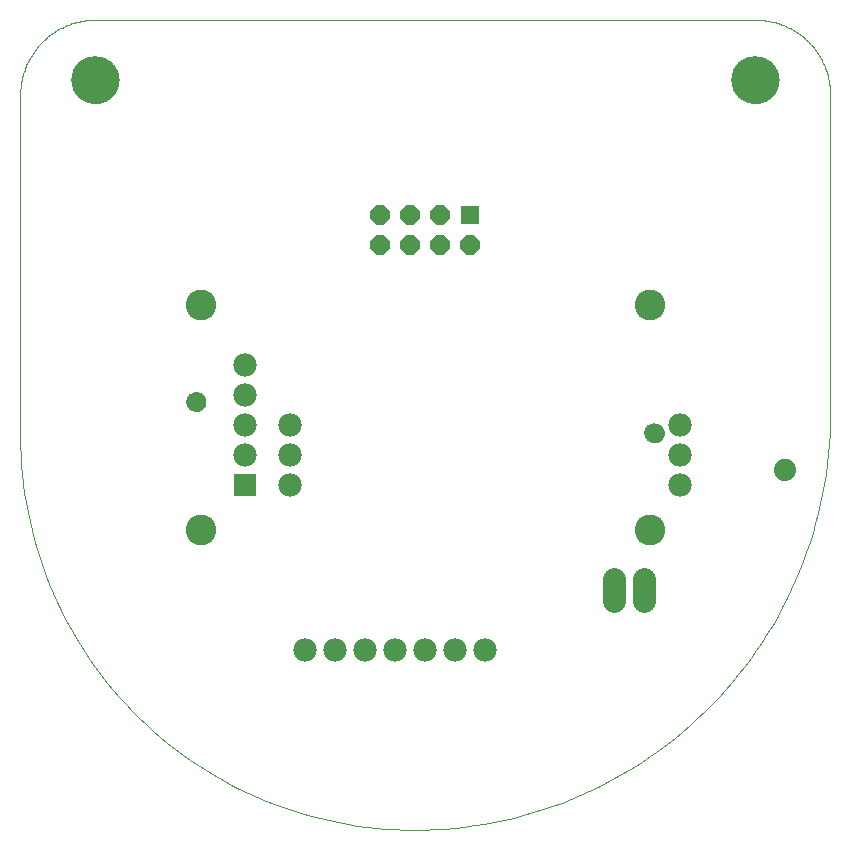
<source format=gbs>
G75*
%MOIN*%
%OFA0B0*%
%FSLAX25Y25*%
%IPPOS*%
%LPD*%
%AMOC8*
5,1,8,0,0,1.08239X$1,22.5*
%
%ADD10C,0.00000*%
%ADD11C,0.15900*%
%ADD12C,0.10243*%
%ADD13C,0.06600*%
%ADD14C,0.07800*%
%ADD15C,0.07400*%
%ADD16R,0.07800X0.07800*%
%ADD17R,0.06400X0.06400*%
%ADD18OC8,0.06400*%
%ADD19C,0.07800*%
D10*
X0002665Y0132750D02*
X0002665Y0246500D01*
X0002672Y0247104D01*
X0002694Y0247708D01*
X0002731Y0248311D01*
X0002782Y0248913D01*
X0002847Y0249513D01*
X0002927Y0250112D01*
X0003022Y0250709D01*
X0003131Y0251303D01*
X0003254Y0251895D01*
X0003391Y0252483D01*
X0003543Y0253068D01*
X0003709Y0253649D01*
X0003889Y0254225D01*
X0004082Y0254798D01*
X0004290Y0255365D01*
X0004511Y0255927D01*
X0004745Y0256484D01*
X0004993Y0257035D01*
X0005254Y0257580D01*
X0005529Y0258118D01*
X0005816Y0258650D01*
X0006116Y0259174D01*
X0006428Y0259691D01*
X0006753Y0260200D01*
X0007090Y0260702D01*
X0007440Y0261195D01*
X0007801Y0261679D01*
X0008173Y0262155D01*
X0008557Y0262621D01*
X0008952Y0263078D01*
X0009358Y0263525D01*
X0009775Y0263963D01*
X0010202Y0264390D01*
X0010640Y0264807D01*
X0011087Y0265213D01*
X0011544Y0265608D01*
X0012010Y0265992D01*
X0012486Y0266364D01*
X0012970Y0266725D01*
X0013463Y0267075D01*
X0013965Y0267412D01*
X0014474Y0267737D01*
X0014991Y0268049D01*
X0015515Y0268349D01*
X0016047Y0268636D01*
X0016585Y0268911D01*
X0017130Y0269172D01*
X0017681Y0269420D01*
X0018238Y0269654D01*
X0018800Y0269875D01*
X0019367Y0270083D01*
X0019940Y0270276D01*
X0020516Y0270456D01*
X0021097Y0270622D01*
X0021682Y0270774D01*
X0022270Y0270911D01*
X0022862Y0271034D01*
X0023456Y0271143D01*
X0024053Y0271238D01*
X0024652Y0271318D01*
X0025252Y0271383D01*
X0025854Y0271434D01*
X0026457Y0271471D01*
X0027061Y0271493D01*
X0027665Y0271500D01*
X0247650Y0271500D01*
X0239915Y0251500D02*
X0239917Y0251690D01*
X0239924Y0251880D01*
X0239936Y0252070D01*
X0239952Y0252260D01*
X0239973Y0252449D01*
X0239999Y0252637D01*
X0240029Y0252825D01*
X0240064Y0253012D01*
X0240103Y0253198D01*
X0240147Y0253383D01*
X0240196Y0253567D01*
X0240249Y0253750D01*
X0240306Y0253931D01*
X0240368Y0254111D01*
X0240434Y0254289D01*
X0240505Y0254466D01*
X0240580Y0254641D01*
X0240659Y0254814D01*
X0240743Y0254984D01*
X0240830Y0255153D01*
X0240922Y0255320D01*
X0241018Y0255484D01*
X0241117Y0255646D01*
X0241221Y0255806D01*
X0241329Y0255963D01*
X0241440Y0256117D01*
X0241555Y0256268D01*
X0241674Y0256417D01*
X0241797Y0256562D01*
X0241923Y0256705D01*
X0242052Y0256844D01*
X0242185Y0256980D01*
X0242321Y0257113D01*
X0242460Y0257242D01*
X0242603Y0257368D01*
X0242748Y0257491D01*
X0242897Y0257610D01*
X0243048Y0257725D01*
X0243202Y0257836D01*
X0243359Y0257944D01*
X0243519Y0258048D01*
X0243681Y0258147D01*
X0243845Y0258243D01*
X0244012Y0258335D01*
X0244181Y0258422D01*
X0244351Y0258506D01*
X0244524Y0258585D01*
X0244699Y0258660D01*
X0244876Y0258731D01*
X0245054Y0258797D01*
X0245234Y0258859D01*
X0245415Y0258916D01*
X0245598Y0258969D01*
X0245782Y0259018D01*
X0245967Y0259062D01*
X0246153Y0259101D01*
X0246340Y0259136D01*
X0246528Y0259166D01*
X0246716Y0259192D01*
X0246905Y0259213D01*
X0247095Y0259229D01*
X0247285Y0259241D01*
X0247475Y0259248D01*
X0247665Y0259250D01*
X0247855Y0259248D01*
X0248045Y0259241D01*
X0248235Y0259229D01*
X0248425Y0259213D01*
X0248614Y0259192D01*
X0248802Y0259166D01*
X0248990Y0259136D01*
X0249177Y0259101D01*
X0249363Y0259062D01*
X0249548Y0259018D01*
X0249732Y0258969D01*
X0249915Y0258916D01*
X0250096Y0258859D01*
X0250276Y0258797D01*
X0250454Y0258731D01*
X0250631Y0258660D01*
X0250806Y0258585D01*
X0250979Y0258506D01*
X0251149Y0258422D01*
X0251318Y0258335D01*
X0251485Y0258243D01*
X0251649Y0258147D01*
X0251811Y0258048D01*
X0251971Y0257944D01*
X0252128Y0257836D01*
X0252282Y0257725D01*
X0252433Y0257610D01*
X0252582Y0257491D01*
X0252727Y0257368D01*
X0252870Y0257242D01*
X0253009Y0257113D01*
X0253145Y0256980D01*
X0253278Y0256844D01*
X0253407Y0256705D01*
X0253533Y0256562D01*
X0253656Y0256417D01*
X0253775Y0256268D01*
X0253890Y0256117D01*
X0254001Y0255963D01*
X0254109Y0255806D01*
X0254213Y0255646D01*
X0254312Y0255484D01*
X0254408Y0255320D01*
X0254500Y0255153D01*
X0254587Y0254984D01*
X0254671Y0254814D01*
X0254750Y0254641D01*
X0254825Y0254466D01*
X0254896Y0254289D01*
X0254962Y0254111D01*
X0255024Y0253931D01*
X0255081Y0253750D01*
X0255134Y0253567D01*
X0255183Y0253383D01*
X0255227Y0253198D01*
X0255266Y0253012D01*
X0255301Y0252825D01*
X0255331Y0252637D01*
X0255357Y0252449D01*
X0255378Y0252260D01*
X0255394Y0252070D01*
X0255406Y0251880D01*
X0255413Y0251690D01*
X0255415Y0251500D01*
X0255413Y0251310D01*
X0255406Y0251120D01*
X0255394Y0250930D01*
X0255378Y0250740D01*
X0255357Y0250551D01*
X0255331Y0250363D01*
X0255301Y0250175D01*
X0255266Y0249988D01*
X0255227Y0249802D01*
X0255183Y0249617D01*
X0255134Y0249433D01*
X0255081Y0249250D01*
X0255024Y0249069D01*
X0254962Y0248889D01*
X0254896Y0248711D01*
X0254825Y0248534D01*
X0254750Y0248359D01*
X0254671Y0248186D01*
X0254587Y0248016D01*
X0254500Y0247847D01*
X0254408Y0247680D01*
X0254312Y0247516D01*
X0254213Y0247354D01*
X0254109Y0247194D01*
X0254001Y0247037D01*
X0253890Y0246883D01*
X0253775Y0246732D01*
X0253656Y0246583D01*
X0253533Y0246438D01*
X0253407Y0246295D01*
X0253278Y0246156D01*
X0253145Y0246020D01*
X0253009Y0245887D01*
X0252870Y0245758D01*
X0252727Y0245632D01*
X0252582Y0245509D01*
X0252433Y0245390D01*
X0252282Y0245275D01*
X0252128Y0245164D01*
X0251971Y0245056D01*
X0251811Y0244952D01*
X0251649Y0244853D01*
X0251485Y0244757D01*
X0251318Y0244665D01*
X0251149Y0244578D01*
X0250979Y0244494D01*
X0250806Y0244415D01*
X0250631Y0244340D01*
X0250454Y0244269D01*
X0250276Y0244203D01*
X0250096Y0244141D01*
X0249915Y0244084D01*
X0249732Y0244031D01*
X0249548Y0243982D01*
X0249363Y0243938D01*
X0249177Y0243899D01*
X0248990Y0243864D01*
X0248802Y0243834D01*
X0248614Y0243808D01*
X0248425Y0243787D01*
X0248235Y0243771D01*
X0248045Y0243759D01*
X0247855Y0243752D01*
X0247665Y0243750D01*
X0247475Y0243752D01*
X0247285Y0243759D01*
X0247095Y0243771D01*
X0246905Y0243787D01*
X0246716Y0243808D01*
X0246528Y0243834D01*
X0246340Y0243864D01*
X0246153Y0243899D01*
X0245967Y0243938D01*
X0245782Y0243982D01*
X0245598Y0244031D01*
X0245415Y0244084D01*
X0245234Y0244141D01*
X0245054Y0244203D01*
X0244876Y0244269D01*
X0244699Y0244340D01*
X0244524Y0244415D01*
X0244351Y0244494D01*
X0244181Y0244578D01*
X0244012Y0244665D01*
X0243845Y0244757D01*
X0243681Y0244853D01*
X0243519Y0244952D01*
X0243359Y0245056D01*
X0243202Y0245164D01*
X0243048Y0245275D01*
X0242897Y0245390D01*
X0242748Y0245509D01*
X0242603Y0245632D01*
X0242460Y0245758D01*
X0242321Y0245887D01*
X0242185Y0246020D01*
X0242052Y0246156D01*
X0241923Y0246295D01*
X0241797Y0246438D01*
X0241674Y0246583D01*
X0241555Y0246732D01*
X0241440Y0246883D01*
X0241329Y0247037D01*
X0241221Y0247194D01*
X0241117Y0247354D01*
X0241018Y0247516D01*
X0240922Y0247680D01*
X0240830Y0247847D01*
X0240743Y0248016D01*
X0240659Y0248186D01*
X0240580Y0248359D01*
X0240505Y0248534D01*
X0240434Y0248711D01*
X0240368Y0248889D01*
X0240306Y0249069D01*
X0240249Y0249250D01*
X0240196Y0249433D01*
X0240147Y0249617D01*
X0240103Y0249802D01*
X0240064Y0249988D01*
X0240029Y0250175D01*
X0239999Y0250363D01*
X0239973Y0250551D01*
X0239952Y0250740D01*
X0239936Y0250930D01*
X0239924Y0251120D01*
X0239917Y0251310D01*
X0239915Y0251500D01*
X0247649Y0271500D02*
X0248254Y0271493D01*
X0248858Y0271471D01*
X0249461Y0271434D01*
X0250063Y0271383D01*
X0250664Y0271318D01*
X0251263Y0271238D01*
X0251860Y0271143D01*
X0252454Y0271034D01*
X0253046Y0270911D01*
X0253634Y0270773D01*
X0254219Y0270621D01*
X0254801Y0270456D01*
X0255377Y0270276D01*
X0255950Y0270082D01*
X0256518Y0269874D01*
X0257080Y0269653D01*
X0257637Y0269419D01*
X0258188Y0269170D01*
X0258733Y0268909D01*
X0259271Y0268635D01*
X0259803Y0268347D01*
X0260327Y0268047D01*
X0260845Y0267734D01*
X0261354Y0267409D01*
X0261855Y0267072D01*
X0262348Y0266722D01*
X0262833Y0266361D01*
X0263309Y0265988D01*
X0263775Y0265604D01*
X0264232Y0265209D01*
X0264680Y0264802D01*
X0265117Y0264385D01*
X0265544Y0263958D01*
X0265961Y0263520D01*
X0266367Y0263073D01*
X0266762Y0262615D01*
X0267146Y0262149D01*
X0267519Y0261673D01*
X0267880Y0261188D01*
X0268229Y0260695D01*
X0268566Y0260193D01*
X0268891Y0259684D01*
X0269203Y0259166D01*
X0269503Y0258642D01*
X0269790Y0258110D01*
X0270064Y0257571D01*
X0270325Y0257026D01*
X0270573Y0256475D01*
X0270808Y0255918D01*
X0271028Y0255355D01*
X0271236Y0254788D01*
X0271429Y0254215D01*
X0271609Y0253638D01*
X0271774Y0253057D01*
X0271925Y0252472D01*
X0272063Y0251883D01*
X0272186Y0251292D01*
X0272294Y0250697D01*
X0272389Y0250100D01*
X0272468Y0249501D01*
X0272534Y0248900D01*
X0272584Y0248298D01*
X0272620Y0247695D01*
X0272642Y0247091D01*
X0272649Y0246487D01*
X0272650Y0246486D02*
X0272586Y0140172D01*
X0210943Y0133783D02*
X0210945Y0133894D01*
X0210951Y0134005D01*
X0210961Y0134116D01*
X0210975Y0134227D01*
X0210993Y0134337D01*
X0211015Y0134446D01*
X0211040Y0134554D01*
X0211070Y0134661D01*
X0211103Y0134767D01*
X0211141Y0134872D01*
X0211182Y0134976D01*
X0211226Y0135078D01*
X0211275Y0135178D01*
X0211326Y0135276D01*
X0211382Y0135373D01*
X0211441Y0135467D01*
X0211503Y0135560D01*
X0211568Y0135650D01*
X0211637Y0135737D01*
X0211708Y0135823D01*
X0211783Y0135905D01*
X0211861Y0135985D01*
X0211941Y0136062D01*
X0212024Y0136136D01*
X0212110Y0136207D01*
X0212198Y0136274D01*
X0212289Y0136339D01*
X0212382Y0136400D01*
X0212477Y0136458D01*
X0212574Y0136513D01*
X0212673Y0136564D01*
X0212774Y0136611D01*
X0212876Y0136655D01*
X0212980Y0136695D01*
X0213085Y0136731D01*
X0213191Y0136764D01*
X0213299Y0136792D01*
X0213408Y0136817D01*
X0213517Y0136838D01*
X0213627Y0136855D01*
X0213737Y0136868D01*
X0213848Y0136877D01*
X0213960Y0136882D01*
X0214071Y0136883D01*
X0214182Y0136880D01*
X0214293Y0136873D01*
X0214404Y0136862D01*
X0214514Y0136847D01*
X0214624Y0136828D01*
X0214733Y0136805D01*
X0214841Y0136779D01*
X0214948Y0136748D01*
X0215054Y0136714D01*
X0215158Y0136675D01*
X0215261Y0136634D01*
X0215363Y0136588D01*
X0215463Y0136539D01*
X0215561Y0136486D01*
X0215657Y0136430D01*
X0215751Y0136370D01*
X0215843Y0136307D01*
X0215932Y0136241D01*
X0216019Y0136172D01*
X0216103Y0136099D01*
X0216185Y0136024D01*
X0216264Y0135945D01*
X0216341Y0135864D01*
X0216414Y0135780D01*
X0216484Y0135694D01*
X0216551Y0135605D01*
X0216615Y0135514D01*
X0216675Y0135421D01*
X0216732Y0135325D01*
X0216786Y0135227D01*
X0216836Y0135128D01*
X0216882Y0135027D01*
X0216925Y0134924D01*
X0216964Y0134820D01*
X0217000Y0134714D01*
X0217031Y0134608D01*
X0217059Y0134500D01*
X0217083Y0134391D01*
X0217103Y0134282D01*
X0217119Y0134172D01*
X0217131Y0134061D01*
X0217139Y0133950D01*
X0217143Y0133839D01*
X0217143Y0133727D01*
X0217139Y0133616D01*
X0217131Y0133505D01*
X0217119Y0133394D01*
X0217103Y0133284D01*
X0217083Y0133175D01*
X0217059Y0133066D01*
X0217031Y0132958D01*
X0217000Y0132852D01*
X0216964Y0132746D01*
X0216925Y0132642D01*
X0216882Y0132539D01*
X0216836Y0132438D01*
X0216786Y0132339D01*
X0216732Y0132241D01*
X0216675Y0132145D01*
X0216615Y0132052D01*
X0216551Y0131961D01*
X0216484Y0131872D01*
X0216414Y0131786D01*
X0216341Y0131702D01*
X0216264Y0131621D01*
X0216185Y0131542D01*
X0216103Y0131467D01*
X0216019Y0131394D01*
X0215932Y0131325D01*
X0215843Y0131259D01*
X0215751Y0131196D01*
X0215657Y0131136D01*
X0215561Y0131080D01*
X0215463Y0131027D01*
X0215363Y0130978D01*
X0215261Y0130932D01*
X0215158Y0130891D01*
X0215054Y0130852D01*
X0214948Y0130818D01*
X0214841Y0130787D01*
X0214733Y0130761D01*
X0214624Y0130738D01*
X0214514Y0130719D01*
X0214404Y0130704D01*
X0214293Y0130693D01*
X0214182Y0130686D01*
X0214071Y0130683D01*
X0213960Y0130684D01*
X0213848Y0130689D01*
X0213737Y0130698D01*
X0213627Y0130711D01*
X0213517Y0130728D01*
X0213408Y0130749D01*
X0213299Y0130774D01*
X0213191Y0130802D01*
X0213085Y0130835D01*
X0212980Y0130871D01*
X0212876Y0130911D01*
X0212774Y0130955D01*
X0212673Y0131002D01*
X0212574Y0131053D01*
X0212477Y0131108D01*
X0212382Y0131166D01*
X0212289Y0131227D01*
X0212198Y0131292D01*
X0212110Y0131359D01*
X0212024Y0131430D01*
X0211941Y0131504D01*
X0211861Y0131581D01*
X0211783Y0131661D01*
X0211708Y0131743D01*
X0211637Y0131829D01*
X0211568Y0131916D01*
X0211503Y0132006D01*
X0211441Y0132099D01*
X0211382Y0132193D01*
X0211326Y0132290D01*
X0211275Y0132388D01*
X0211226Y0132488D01*
X0211182Y0132590D01*
X0211141Y0132694D01*
X0211103Y0132799D01*
X0211070Y0132905D01*
X0211040Y0133012D01*
X0211015Y0133120D01*
X0210993Y0133229D01*
X0210975Y0133339D01*
X0210961Y0133450D01*
X0210951Y0133561D01*
X0210945Y0133672D01*
X0210943Y0133783D01*
X0133914Y0001500D02*
X0130743Y0001538D01*
X0127573Y0001653D01*
X0124407Y0001845D01*
X0121247Y0002113D01*
X0118094Y0002457D01*
X0114950Y0002877D01*
X0111817Y0003373D01*
X0108697Y0003945D01*
X0105592Y0004592D01*
X0102504Y0005314D01*
X0099434Y0006110D01*
X0096384Y0006980D01*
X0093356Y0007924D01*
X0090351Y0008940D01*
X0087372Y0010029D01*
X0084420Y0011190D01*
X0081497Y0012421D01*
X0078605Y0013723D01*
X0075745Y0015094D01*
X0072919Y0016534D01*
X0070129Y0018042D01*
X0067376Y0019616D01*
X0064661Y0021257D01*
X0061987Y0022963D01*
X0059356Y0024733D01*
X0056767Y0026567D01*
X0054224Y0028462D01*
X0051727Y0030418D01*
X0049278Y0032434D01*
X0046879Y0034508D01*
X0044531Y0036640D01*
X0042234Y0038828D01*
X0039992Y0041070D01*
X0037804Y0043367D01*
X0035672Y0045715D01*
X0033598Y0048114D01*
X0031582Y0050563D01*
X0029626Y0053060D01*
X0027731Y0055603D01*
X0025897Y0058192D01*
X0024127Y0060823D01*
X0022421Y0063497D01*
X0020780Y0066212D01*
X0019206Y0068965D01*
X0017698Y0071755D01*
X0016258Y0074581D01*
X0014887Y0077441D01*
X0013585Y0080333D01*
X0012354Y0083256D01*
X0011193Y0086208D01*
X0010104Y0089187D01*
X0009088Y0092192D01*
X0008144Y0095220D01*
X0007274Y0098270D01*
X0006478Y0101340D01*
X0005756Y0104428D01*
X0005109Y0107533D01*
X0004537Y0110653D01*
X0004041Y0113786D01*
X0003621Y0116930D01*
X0003277Y0120083D01*
X0003009Y0123243D01*
X0002817Y0126409D01*
X0002702Y0129579D01*
X0002664Y0132750D01*
X0058187Y0144217D02*
X0058189Y0144328D01*
X0058195Y0144439D01*
X0058205Y0144550D01*
X0058219Y0144661D01*
X0058237Y0144771D01*
X0058259Y0144880D01*
X0058284Y0144988D01*
X0058314Y0145095D01*
X0058347Y0145201D01*
X0058385Y0145306D01*
X0058426Y0145410D01*
X0058470Y0145512D01*
X0058519Y0145612D01*
X0058570Y0145710D01*
X0058626Y0145807D01*
X0058685Y0145901D01*
X0058747Y0145994D01*
X0058812Y0146084D01*
X0058881Y0146171D01*
X0058952Y0146257D01*
X0059027Y0146339D01*
X0059105Y0146419D01*
X0059185Y0146496D01*
X0059268Y0146570D01*
X0059354Y0146641D01*
X0059442Y0146708D01*
X0059533Y0146773D01*
X0059626Y0146834D01*
X0059721Y0146892D01*
X0059818Y0146947D01*
X0059917Y0146998D01*
X0060018Y0147045D01*
X0060120Y0147089D01*
X0060224Y0147129D01*
X0060329Y0147165D01*
X0060435Y0147198D01*
X0060543Y0147226D01*
X0060652Y0147251D01*
X0060761Y0147272D01*
X0060871Y0147289D01*
X0060981Y0147302D01*
X0061092Y0147311D01*
X0061204Y0147316D01*
X0061315Y0147317D01*
X0061426Y0147314D01*
X0061537Y0147307D01*
X0061648Y0147296D01*
X0061758Y0147281D01*
X0061868Y0147262D01*
X0061977Y0147239D01*
X0062085Y0147213D01*
X0062192Y0147182D01*
X0062298Y0147148D01*
X0062402Y0147109D01*
X0062505Y0147068D01*
X0062607Y0147022D01*
X0062707Y0146973D01*
X0062805Y0146920D01*
X0062901Y0146864D01*
X0062995Y0146804D01*
X0063087Y0146741D01*
X0063176Y0146675D01*
X0063263Y0146606D01*
X0063347Y0146533D01*
X0063429Y0146458D01*
X0063508Y0146379D01*
X0063585Y0146298D01*
X0063658Y0146214D01*
X0063728Y0146128D01*
X0063795Y0146039D01*
X0063859Y0145948D01*
X0063919Y0145855D01*
X0063976Y0145759D01*
X0064030Y0145661D01*
X0064080Y0145562D01*
X0064126Y0145461D01*
X0064169Y0145358D01*
X0064208Y0145254D01*
X0064244Y0145148D01*
X0064275Y0145042D01*
X0064303Y0144934D01*
X0064327Y0144825D01*
X0064347Y0144716D01*
X0064363Y0144606D01*
X0064375Y0144495D01*
X0064383Y0144384D01*
X0064387Y0144273D01*
X0064387Y0144161D01*
X0064383Y0144050D01*
X0064375Y0143939D01*
X0064363Y0143828D01*
X0064347Y0143718D01*
X0064327Y0143609D01*
X0064303Y0143500D01*
X0064275Y0143392D01*
X0064244Y0143286D01*
X0064208Y0143180D01*
X0064169Y0143076D01*
X0064126Y0142973D01*
X0064080Y0142872D01*
X0064030Y0142773D01*
X0063976Y0142675D01*
X0063919Y0142579D01*
X0063859Y0142486D01*
X0063795Y0142395D01*
X0063728Y0142306D01*
X0063658Y0142220D01*
X0063585Y0142136D01*
X0063508Y0142055D01*
X0063429Y0141976D01*
X0063347Y0141901D01*
X0063263Y0141828D01*
X0063176Y0141759D01*
X0063087Y0141693D01*
X0062995Y0141630D01*
X0062901Y0141570D01*
X0062805Y0141514D01*
X0062707Y0141461D01*
X0062607Y0141412D01*
X0062505Y0141366D01*
X0062402Y0141325D01*
X0062298Y0141286D01*
X0062192Y0141252D01*
X0062085Y0141221D01*
X0061977Y0141195D01*
X0061868Y0141172D01*
X0061758Y0141153D01*
X0061648Y0141138D01*
X0061537Y0141127D01*
X0061426Y0141120D01*
X0061315Y0141117D01*
X0061204Y0141118D01*
X0061092Y0141123D01*
X0060981Y0141132D01*
X0060871Y0141145D01*
X0060761Y0141162D01*
X0060652Y0141183D01*
X0060543Y0141208D01*
X0060435Y0141236D01*
X0060329Y0141269D01*
X0060224Y0141305D01*
X0060120Y0141345D01*
X0060018Y0141389D01*
X0059917Y0141436D01*
X0059818Y0141487D01*
X0059721Y0141542D01*
X0059626Y0141600D01*
X0059533Y0141661D01*
X0059442Y0141726D01*
X0059354Y0141793D01*
X0059268Y0141864D01*
X0059185Y0141938D01*
X0059105Y0142015D01*
X0059027Y0142095D01*
X0058952Y0142177D01*
X0058881Y0142263D01*
X0058812Y0142350D01*
X0058747Y0142440D01*
X0058685Y0142533D01*
X0058626Y0142627D01*
X0058570Y0142724D01*
X0058519Y0142822D01*
X0058470Y0142922D01*
X0058426Y0143024D01*
X0058385Y0143128D01*
X0058347Y0143233D01*
X0058314Y0143339D01*
X0058284Y0143446D01*
X0058259Y0143554D01*
X0058237Y0143663D01*
X0058219Y0143773D01*
X0058205Y0143884D01*
X0058195Y0143995D01*
X0058189Y0144106D01*
X0058187Y0144217D01*
X0133914Y0001500D02*
X0137265Y0001540D01*
X0140614Y0001662D01*
X0143959Y0001864D01*
X0147298Y0002147D01*
X0150629Y0002511D01*
X0153951Y0002955D01*
X0157260Y0003479D01*
X0160557Y0004083D01*
X0163837Y0004767D01*
X0167100Y0005530D01*
X0170344Y0006371D01*
X0173567Y0007290D01*
X0176766Y0008287D01*
X0179940Y0009361D01*
X0183088Y0010511D01*
X0186206Y0011738D01*
X0189295Y0013039D01*
X0192351Y0014414D01*
X0195372Y0015863D01*
X0198358Y0017384D01*
X0201306Y0018977D01*
X0204215Y0020641D01*
X0207083Y0022375D01*
X0209908Y0024177D01*
X0212689Y0026047D01*
X0215423Y0027984D01*
X0218110Y0029986D01*
X0220748Y0032053D01*
X0223336Y0034183D01*
X0225871Y0036375D01*
X0228352Y0038627D01*
X0230778Y0040938D01*
X0233148Y0043308D01*
X0235459Y0045734D01*
X0237711Y0048215D01*
X0239903Y0050750D01*
X0242033Y0053338D01*
X0244100Y0055976D01*
X0246102Y0058663D01*
X0248039Y0061397D01*
X0249909Y0064178D01*
X0251711Y0067003D01*
X0253445Y0069871D01*
X0255109Y0072780D01*
X0256702Y0075728D01*
X0258223Y0078714D01*
X0259672Y0081735D01*
X0261047Y0084791D01*
X0262348Y0087880D01*
X0263575Y0090998D01*
X0264725Y0094146D01*
X0265799Y0097320D01*
X0266796Y0100519D01*
X0267715Y0103742D01*
X0268556Y0106986D01*
X0269319Y0110249D01*
X0270003Y0113529D01*
X0270607Y0116826D01*
X0271131Y0120135D01*
X0271575Y0123457D01*
X0271939Y0126788D01*
X0272222Y0130127D01*
X0272424Y0133472D01*
X0272546Y0136821D01*
X0272586Y0140172D01*
X0019915Y0251500D02*
X0019917Y0251690D01*
X0019924Y0251880D01*
X0019936Y0252070D01*
X0019952Y0252260D01*
X0019973Y0252449D01*
X0019999Y0252637D01*
X0020029Y0252825D01*
X0020064Y0253012D01*
X0020103Y0253198D01*
X0020147Y0253383D01*
X0020196Y0253567D01*
X0020249Y0253750D01*
X0020306Y0253931D01*
X0020368Y0254111D01*
X0020434Y0254289D01*
X0020505Y0254466D01*
X0020580Y0254641D01*
X0020659Y0254814D01*
X0020743Y0254984D01*
X0020830Y0255153D01*
X0020922Y0255320D01*
X0021018Y0255484D01*
X0021117Y0255646D01*
X0021221Y0255806D01*
X0021329Y0255963D01*
X0021440Y0256117D01*
X0021555Y0256268D01*
X0021674Y0256417D01*
X0021797Y0256562D01*
X0021923Y0256705D01*
X0022052Y0256844D01*
X0022185Y0256980D01*
X0022321Y0257113D01*
X0022460Y0257242D01*
X0022603Y0257368D01*
X0022748Y0257491D01*
X0022897Y0257610D01*
X0023048Y0257725D01*
X0023202Y0257836D01*
X0023359Y0257944D01*
X0023519Y0258048D01*
X0023681Y0258147D01*
X0023845Y0258243D01*
X0024012Y0258335D01*
X0024181Y0258422D01*
X0024351Y0258506D01*
X0024524Y0258585D01*
X0024699Y0258660D01*
X0024876Y0258731D01*
X0025054Y0258797D01*
X0025234Y0258859D01*
X0025415Y0258916D01*
X0025598Y0258969D01*
X0025782Y0259018D01*
X0025967Y0259062D01*
X0026153Y0259101D01*
X0026340Y0259136D01*
X0026528Y0259166D01*
X0026716Y0259192D01*
X0026905Y0259213D01*
X0027095Y0259229D01*
X0027285Y0259241D01*
X0027475Y0259248D01*
X0027665Y0259250D01*
X0027855Y0259248D01*
X0028045Y0259241D01*
X0028235Y0259229D01*
X0028425Y0259213D01*
X0028614Y0259192D01*
X0028802Y0259166D01*
X0028990Y0259136D01*
X0029177Y0259101D01*
X0029363Y0259062D01*
X0029548Y0259018D01*
X0029732Y0258969D01*
X0029915Y0258916D01*
X0030096Y0258859D01*
X0030276Y0258797D01*
X0030454Y0258731D01*
X0030631Y0258660D01*
X0030806Y0258585D01*
X0030979Y0258506D01*
X0031149Y0258422D01*
X0031318Y0258335D01*
X0031485Y0258243D01*
X0031649Y0258147D01*
X0031811Y0258048D01*
X0031971Y0257944D01*
X0032128Y0257836D01*
X0032282Y0257725D01*
X0032433Y0257610D01*
X0032582Y0257491D01*
X0032727Y0257368D01*
X0032870Y0257242D01*
X0033009Y0257113D01*
X0033145Y0256980D01*
X0033278Y0256844D01*
X0033407Y0256705D01*
X0033533Y0256562D01*
X0033656Y0256417D01*
X0033775Y0256268D01*
X0033890Y0256117D01*
X0034001Y0255963D01*
X0034109Y0255806D01*
X0034213Y0255646D01*
X0034312Y0255484D01*
X0034408Y0255320D01*
X0034500Y0255153D01*
X0034587Y0254984D01*
X0034671Y0254814D01*
X0034750Y0254641D01*
X0034825Y0254466D01*
X0034896Y0254289D01*
X0034962Y0254111D01*
X0035024Y0253931D01*
X0035081Y0253750D01*
X0035134Y0253567D01*
X0035183Y0253383D01*
X0035227Y0253198D01*
X0035266Y0253012D01*
X0035301Y0252825D01*
X0035331Y0252637D01*
X0035357Y0252449D01*
X0035378Y0252260D01*
X0035394Y0252070D01*
X0035406Y0251880D01*
X0035413Y0251690D01*
X0035415Y0251500D01*
X0035413Y0251310D01*
X0035406Y0251120D01*
X0035394Y0250930D01*
X0035378Y0250740D01*
X0035357Y0250551D01*
X0035331Y0250363D01*
X0035301Y0250175D01*
X0035266Y0249988D01*
X0035227Y0249802D01*
X0035183Y0249617D01*
X0035134Y0249433D01*
X0035081Y0249250D01*
X0035024Y0249069D01*
X0034962Y0248889D01*
X0034896Y0248711D01*
X0034825Y0248534D01*
X0034750Y0248359D01*
X0034671Y0248186D01*
X0034587Y0248016D01*
X0034500Y0247847D01*
X0034408Y0247680D01*
X0034312Y0247516D01*
X0034213Y0247354D01*
X0034109Y0247194D01*
X0034001Y0247037D01*
X0033890Y0246883D01*
X0033775Y0246732D01*
X0033656Y0246583D01*
X0033533Y0246438D01*
X0033407Y0246295D01*
X0033278Y0246156D01*
X0033145Y0246020D01*
X0033009Y0245887D01*
X0032870Y0245758D01*
X0032727Y0245632D01*
X0032582Y0245509D01*
X0032433Y0245390D01*
X0032282Y0245275D01*
X0032128Y0245164D01*
X0031971Y0245056D01*
X0031811Y0244952D01*
X0031649Y0244853D01*
X0031485Y0244757D01*
X0031318Y0244665D01*
X0031149Y0244578D01*
X0030979Y0244494D01*
X0030806Y0244415D01*
X0030631Y0244340D01*
X0030454Y0244269D01*
X0030276Y0244203D01*
X0030096Y0244141D01*
X0029915Y0244084D01*
X0029732Y0244031D01*
X0029548Y0243982D01*
X0029363Y0243938D01*
X0029177Y0243899D01*
X0028990Y0243864D01*
X0028802Y0243834D01*
X0028614Y0243808D01*
X0028425Y0243787D01*
X0028235Y0243771D01*
X0028045Y0243759D01*
X0027855Y0243752D01*
X0027665Y0243750D01*
X0027475Y0243752D01*
X0027285Y0243759D01*
X0027095Y0243771D01*
X0026905Y0243787D01*
X0026716Y0243808D01*
X0026528Y0243834D01*
X0026340Y0243864D01*
X0026153Y0243899D01*
X0025967Y0243938D01*
X0025782Y0243982D01*
X0025598Y0244031D01*
X0025415Y0244084D01*
X0025234Y0244141D01*
X0025054Y0244203D01*
X0024876Y0244269D01*
X0024699Y0244340D01*
X0024524Y0244415D01*
X0024351Y0244494D01*
X0024181Y0244578D01*
X0024012Y0244665D01*
X0023845Y0244757D01*
X0023681Y0244853D01*
X0023519Y0244952D01*
X0023359Y0245056D01*
X0023202Y0245164D01*
X0023048Y0245275D01*
X0022897Y0245390D01*
X0022748Y0245509D01*
X0022603Y0245632D01*
X0022460Y0245758D01*
X0022321Y0245887D01*
X0022185Y0246020D01*
X0022052Y0246156D01*
X0021923Y0246295D01*
X0021797Y0246438D01*
X0021674Y0246583D01*
X0021555Y0246732D01*
X0021440Y0246883D01*
X0021329Y0247037D01*
X0021221Y0247194D01*
X0021117Y0247354D01*
X0021018Y0247516D01*
X0020922Y0247680D01*
X0020830Y0247847D01*
X0020743Y0248016D01*
X0020659Y0248186D01*
X0020580Y0248359D01*
X0020505Y0248534D01*
X0020434Y0248711D01*
X0020368Y0248889D01*
X0020306Y0249069D01*
X0020249Y0249250D01*
X0020196Y0249433D01*
X0020147Y0249617D01*
X0020103Y0249802D01*
X0020064Y0249988D01*
X0020029Y0250175D01*
X0019999Y0250363D01*
X0019973Y0250551D01*
X0019952Y0250740D01*
X0019936Y0250930D01*
X0019924Y0251120D01*
X0019917Y0251310D01*
X0019915Y0251500D01*
D11*
X0027665Y0251500D03*
X0247665Y0251500D03*
D12*
X0212468Y0176500D03*
X0212468Y0101500D03*
X0062862Y0101500D03*
X0062862Y0176500D03*
D13*
X0061287Y0144217D03*
X0214043Y0133783D03*
D14*
X0097665Y0061500D03*
X0107665Y0061500D03*
X0117665Y0061500D03*
X0127665Y0061500D03*
X0137665Y0061500D03*
X0147665Y0061500D03*
X0157665Y0061500D03*
X0222665Y0116500D03*
X0222665Y0126500D03*
X0222665Y0136500D03*
X0092665Y0136500D03*
X0092665Y0126500D03*
X0092665Y0116500D03*
X0077665Y0126500D03*
X0077665Y0136500D03*
X0077665Y0146500D03*
X0077665Y0156500D03*
D15*
X0257665Y0121500D03*
D16*
X0077665Y0116500D03*
D17*
X0152665Y0206500D03*
D18*
X0142665Y0206500D03*
X0142665Y0196500D03*
X0152665Y0196500D03*
X0132665Y0196500D03*
X0132665Y0206500D03*
X0122665Y0206500D03*
X0122665Y0196500D03*
D19*
X0200657Y0085082D02*
X0200657Y0077682D01*
X0210657Y0077682D02*
X0210657Y0085082D01*
M02*

</source>
